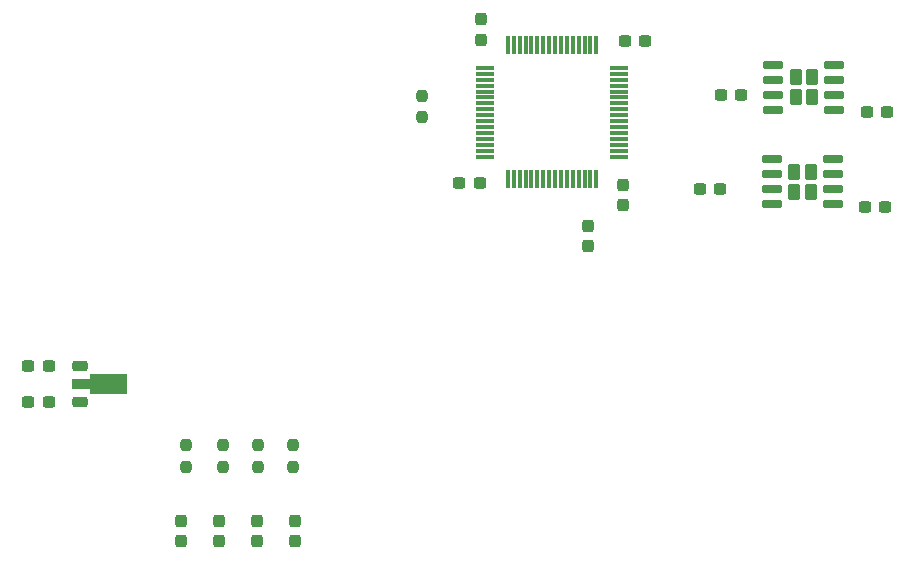
<source format=gtp>
G04 #@! TF.GenerationSoftware,KiCad,Pcbnew,9.0.0*
G04 #@! TF.CreationDate,2025-03-31T20:11:42+09:00*
G04 #@! TF.ProjectId,circuit-sugoi-tsuyoi-machine,63697263-7569-4742-9d73-75676f692d74,rev?*
G04 #@! TF.SameCoordinates,Original*
G04 #@! TF.FileFunction,Paste,Top*
G04 #@! TF.FilePolarity,Positive*
%FSLAX46Y46*%
G04 Gerber Fmt 4.6, Leading zero omitted, Abs format (unit mm)*
G04 Created by KiCad (PCBNEW 9.0.0) date 2025-03-31 20:11:42*
%MOMM*%
%LPD*%
G01*
G04 APERTURE LIST*
G04 Aperture macros list*
%AMRoundRect*
0 Rectangle with rounded corners*
0 $1 Rounding radius*
0 $2 $3 $4 $5 $6 $7 $8 $9 X,Y pos of 4 corners*
0 Add a 4 corners polygon primitive as box body*
4,1,4,$2,$3,$4,$5,$6,$7,$8,$9,$2,$3,0*
0 Add four circle primitives for the rounded corners*
1,1,$1+$1,$2,$3*
1,1,$1+$1,$4,$5*
1,1,$1+$1,$6,$7*
1,1,$1+$1,$8,$9*
0 Add four rect primitives between the rounded corners*
20,1,$1+$1,$2,$3,$4,$5,0*
20,1,$1+$1,$4,$5,$6,$7,0*
20,1,$1+$1,$6,$7,$8,$9,0*
20,1,$1+$1,$8,$9,$2,$3,0*%
%AMFreePoly0*
4,1,9,3.862500,-0.866500,0.737500,-0.866500,0.737500,-0.450000,-0.737500,-0.450000,-0.737500,0.450000,0.737500,0.450000,0.737500,0.866500,3.862500,0.866500,3.862500,-0.866500,3.862500,-0.866500,$1*%
G04 Aperture macros list end*
%ADD10RoundRect,0.237500X-0.300000X-0.237500X0.300000X-0.237500X0.300000X0.237500X-0.300000X0.237500X0*%
%ADD11RoundRect,0.237500X-0.237500X0.300000X-0.237500X-0.300000X0.237500X-0.300000X0.237500X0.300000X0*%
%ADD12RoundRect,0.237500X-0.237500X0.250000X-0.237500X-0.250000X0.237500X-0.250000X0.237500X0.250000X0*%
%ADD13RoundRect,0.237500X0.300000X0.237500X-0.300000X0.237500X-0.300000X-0.237500X0.300000X-0.237500X0*%
%ADD14RoundRect,0.250000X-0.295000X-0.435000X0.295000X-0.435000X0.295000X0.435000X-0.295000X0.435000X0*%
%ADD15RoundRect,0.150000X-0.737500X-0.150000X0.737500X-0.150000X0.737500X0.150000X-0.737500X0.150000X0*%
%ADD16RoundRect,0.075000X-0.700000X-0.075000X0.700000X-0.075000X0.700000X0.075000X-0.700000X0.075000X0*%
%ADD17RoundRect,0.075000X-0.075000X-0.700000X0.075000X-0.700000X0.075000X0.700000X-0.075000X0.700000X0*%
%ADD18RoundRect,0.237500X0.237500X-0.300000X0.237500X0.300000X-0.237500X0.300000X-0.237500X-0.300000X0*%
%ADD19RoundRect,0.225000X-0.425000X-0.225000X0.425000X-0.225000X0.425000X0.225000X-0.425000X0.225000X0*%
%ADD20FreePoly0,0.000000*%
%ADD21RoundRect,0.237500X0.237500X-0.287500X0.237500X0.287500X-0.237500X0.287500X-0.237500X-0.287500X0*%
G04 APERTURE END LIST*
D10*
X144637500Y-86000000D03*
X146362500Y-86000000D03*
D11*
X141500000Y-101637500D03*
X141500000Y-103362500D03*
D12*
X107500000Y-120175000D03*
X107500000Y-122000000D03*
D13*
X95862500Y-113500000D03*
X94137500Y-113500000D03*
X95862500Y-116500000D03*
X94137500Y-116500000D03*
X152725000Y-98500000D03*
X151000000Y-98500000D03*
D14*
X159020000Y-97050000D03*
X159020000Y-98750000D03*
X160380000Y-97050000D03*
X160380000Y-98750000D03*
D15*
X157137500Y-95995000D03*
X157137500Y-97265000D03*
X157137500Y-98535000D03*
X157137500Y-99805000D03*
X162262500Y-99805000D03*
X162262500Y-98535000D03*
X162262500Y-97265000D03*
X162262500Y-95995000D03*
D11*
X144500000Y-98137500D03*
X144500000Y-99862500D03*
D10*
X165137500Y-92000000D03*
X166862500Y-92000000D03*
D14*
X159120000Y-89050000D03*
X159120000Y-90750000D03*
X160480000Y-89050000D03*
X160480000Y-90750000D03*
D15*
X157237500Y-87995000D03*
X157237500Y-89265000D03*
X157237500Y-90535000D03*
X157237500Y-91805000D03*
X162362500Y-91805000D03*
X162362500Y-90535000D03*
X162362500Y-89265000D03*
X162362500Y-87995000D03*
D16*
X132825000Y-88250000D03*
X132825000Y-88750000D03*
X132825000Y-89250000D03*
X132825000Y-89750000D03*
X132825000Y-90250000D03*
X132825000Y-90750000D03*
X132825000Y-91250000D03*
X132825000Y-91750000D03*
X132825000Y-92250000D03*
X132825000Y-92750000D03*
X132825000Y-93250000D03*
X132825000Y-93750000D03*
X132825000Y-94250000D03*
X132825000Y-94750000D03*
X132825000Y-95250000D03*
X132825000Y-95750000D03*
D17*
X134750000Y-97675000D03*
X135250000Y-97675000D03*
X135750000Y-97675000D03*
X136250000Y-97675000D03*
X136750000Y-97675000D03*
X137250000Y-97675000D03*
X137750000Y-97675000D03*
X138250000Y-97675000D03*
X138750000Y-97675000D03*
X139250000Y-97675000D03*
X139750000Y-97675000D03*
X140250000Y-97675000D03*
X140750000Y-97675000D03*
X141250000Y-97675000D03*
X141750000Y-97675000D03*
X142250000Y-97675000D03*
D16*
X144175000Y-95750000D03*
X144175000Y-95250000D03*
X144175000Y-94750000D03*
X144175000Y-94250000D03*
X144175000Y-93750000D03*
X144175000Y-93250000D03*
X144175000Y-92750000D03*
X144175000Y-92250000D03*
X144175000Y-91750000D03*
X144175000Y-91250000D03*
X144175000Y-90750000D03*
X144175000Y-90250000D03*
X144175000Y-89750000D03*
X144175000Y-89250000D03*
X144175000Y-88750000D03*
X144175000Y-88250000D03*
D17*
X142250000Y-86325000D03*
X141750000Y-86325000D03*
X141250000Y-86325000D03*
X140750000Y-86325000D03*
X140250000Y-86325000D03*
X139750000Y-86325000D03*
X139250000Y-86325000D03*
X138750000Y-86325000D03*
X138250000Y-86325000D03*
X137750000Y-86325000D03*
X137250000Y-86325000D03*
X136750000Y-86325000D03*
X136250000Y-86325000D03*
X135750000Y-86325000D03*
X135250000Y-86325000D03*
X134750000Y-86325000D03*
D13*
X154500000Y-90500000D03*
X152775000Y-90500000D03*
D18*
X132500000Y-85862500D03*
X132500000Y-84137500D03*
D19*
X98500000Y-113500000D03*
D20*
X98587500Y-115000000D03*
D19*
X98500000Y-116500000D03*
D21*
X113530000Y-128337500D03*
X113530000Y-126587500D03*
D10*
X165000000Y-100000000D03*
X166725000Y-100000000D03*
D12*
X113610000Y-120175000D03*
X113610000Y-122000000D03*
X110600000Y-120175000D03*
X110600000Y-122000000D03*
D13*
X132362500Y-98000000D03*
X130637500Y-98000000D03*
D12*
X116530000Y-120175000D03*
X116530000Y-122000000D03*
D21*
X107100000Y-128337500D03*
X107100000Y-126587500D03*
X116700000Y-128337500D03*
X116700000Y-126587500D03*
X110300000Y-128337500D03*
X110300000Y-126587500D03*
D12*
X127500000Y-90587500D03*
X127500000Y-92412500D03*
M02*

</source>
